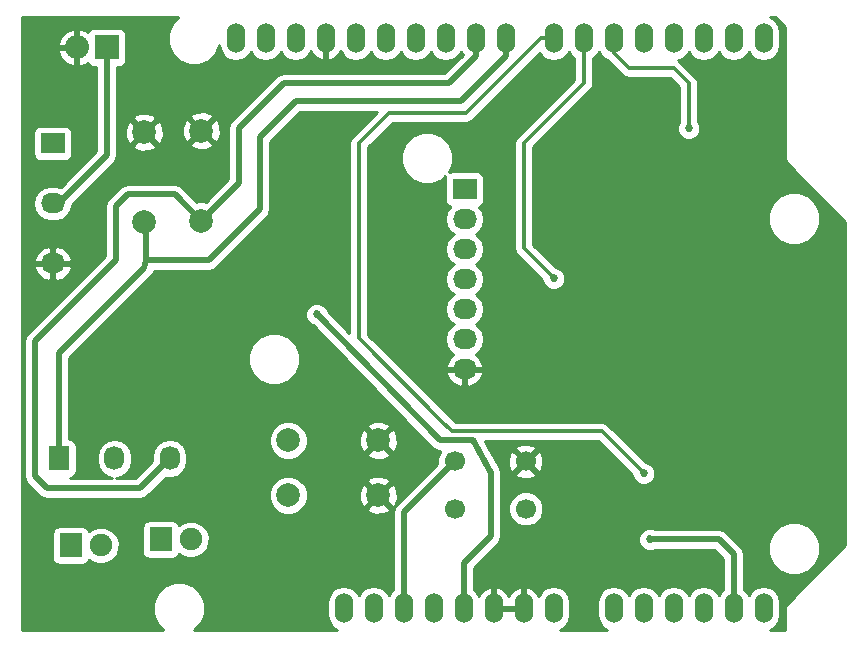
<source format=gbl>
G04 #@! TF.FileFunction,Copper,L2,Bot,Signal*
%FSLAX46Y46*%
G04 Gerber Fmt 4.6, Leading zero omitted, Abs format (unit mm)*
G04 Created by KiCad (PCBNEW 4.0.1-3.201512221402+6198~38~ubuntu14.04.1-stable) date Sun 14 Feb 2016 09:49:56 PM PST*
%MOMM*%
G01*
G04 APERTURE LIST*
%ADD10C,0.100000*%
%ADD11O,1.524000X2.540000*%
%ADD12R,2.032000X1.727200*%
%ADD13O,2.032000X1.727200*%
%ADD14C,1.998980*%
%ADD15R,1.900000X2.000000*%
%ADD16C,1.900000*%
%ADD17R,2.032000X2.032000*%
%ADD18O,2.032000X2.032000*%
%ADD19C,1.700000*%
%ADD20R,1.727200X2.032000*%
%ADD21O,1.727200X2.032000*%
%ADD22C,0.685800*%
%ADD23C,0.508000*%
%ADD24C,0.330200*%
%ADD25C,0.254000*%
G04 APERTURE END LIST*
D10*
D11*
X151130000Y-115570000D03*
X148590000Y-115570000D03*
X146050000Y-115570000D03*
X138430000Y-115570000D03*
X140970000Y-115570000D03*
X143510000Y-115570000D03*
X133350000Y-115570000D03*
X130810000Y-115570000D03*
X128270000Y-115570000D03*
X123190000Y-115570000D03*
X120650000Y-115570000D03*
X151130000Y-67310000D03*
X148590000Y-67310000D03*
X146050000Y-67310000D03*
X143510000Y-67310000D03*
X140970000Y-67310000D03*
X138430000Y-67310000D03*
X135890000Y-67310000D03*
X133350000Y-67310000D03*
X129286000Y-67310000D03*
X126746000Y-67310000D03*
X124206000Y-67310000D03*
X121666000Y-67310000D03*
X119126000Y-67310000D03*
X116586000Y-67310000D03*
X114046000Y-67310000D03*
X111506000Y-67310000D03*
X125730000Y-115570000D03*
X108966000Y-67310000D03*
X106426000Y-67310000D03*
X118110000Y-115570000D03*
X115570000Y-115570000D03*
D12*
X125793500Y-80073500D03*
D13*
X125793500Y-82613500D03*
X125793500Y-85153500D03*
X125793500Y-87693500D03*
X125793500Y-90233500D03*
X125793500Y-92773500D03*
X125793500Y-95313500D03*
D14*
X110871000Y-101346000D03*
X118491000Y-101346000D03*
X110871000Y-105981500D03*
X118491000Y-105981500D03*
X103505000Y-82740500D03*
X103505000Y-75120500D03*
X98679000Y-82867500D03*
X98679000Y-75247500D03*
D15*
X92456000Y-110236000D03*
D16*
X94996000Y-110236000D03*
D15*
X100076000Y-109728000D03*
D16*
X102616000Y-109728000D03*
D12*
X90932000Y-76200000D03*
D13*
X90932000Y-81280000D03*
X90932000Y-86360000D03*
D17*
X95504000Y-68072000D03*
D18*
X92964000Y-68072000D03*
D19*
X130968000Y-107124000D03*
X124968000Y-107124000D03*
X130968000Y-103124000D03*
X124968000Y-103124000D03*
D20*
X91440000Y-102870000D03*
D21*
X96139000Y-102870000D03*
X100838000Y-102870000D03*
D22*
X113284000Y-90678000D03*
X141478000Y-109728000D03*
X140970000Y-104140000D03*
X144780000Y-74930000D03*
X133350000Y-87630000D03*
D23*
X123698000Y-101346000D02*
X113284000Y-90678000D01*
X128016000Y-104140000D02*
X126492000Y-101346000D01*
X126492000Y-101346000D02*
X123698000Y-101346000D01*
X128016000Y-104902000D02*
X128016000Y-104140000D01*
X128016000Y-109474000D02*
X128016000Y-104902000D01*
X126326001Y-111163999D02*
X128016000Y-109474000D01*
X125730000Y-111760000D02*
X126326001Y-111163999D01*
X125730000Y-115570000D02*
X125730000Y-111760000D01*
X141478000Y-109728000D02*
X147320000Y-109728000D01*
X147320000Y-109728000D02*
X148590000Y-110998000D01*
X148590000Y-110998000D02*
X148590000Y-115570000D01*
X120650000Y-115570000D02*
X120650000Y-107442000D01*
X120650000Y-107442000D02*
X124968000Y-103124000D01*
X97536000Y-80518000D02*
X101282500Y-80518000D01*
X98552000Y-105156000D02*
X98298000Y-105410000D01*
X98298000Y-105410000D02*
X90424000Y-105410000D01*
X90424000Y-105410000D02*
X89408000Y-104394000D01*
X89408000Y-104394000D02*
X89408000Y-92964000D01*
X89408000Y-92964000D02*
X96266000Y-86106000D01*
X96266000Y-86106000D02*
X96266000Y-81534000D01*
X96266000Y-81534000D02*
X97282000Y-80518000D01*
X97282000Y-80518000D02*
X97536000Y-80518000D01*
X100838000Y-102870000D02*
X98552000Y-105156000D01*
X101282500Y-80518000D02*
X103505000Y-82740500D01*
X124460000Y-71120000D02*
X110490000Y-71120000D01*
X126746000Y-68834000D02*
X124460000Y-71120000D01*
X126746000Y-67310000D02*
X126746000Y-68834000D01*
X106680000Y-79565500D02*
X103505000Y-82740500D01*
X106680000Y-74930000D02*
X106680000Y-79565500D01*
X110490000Y-71120000D02*
X106680000Y-74930000D01*
X98806000Y-86106000D02*
X98806000Y-82994500D01*
X98806000Y-82994500D02*
X98679000Y-82867500D01*
X129286000Y-67310000D02*
X129286000Y-68834000D01*
X99314000Y-86106000D02*
X98806000Y-86106000D01*
X104140000Y-86106000D02*
X99314000Y-86106000D01*
X108458000Y-81788000D02*
X104140000Y-86106000D01*
X108458000Y-75692000D02*
X108458000Y-81788000D01*
X111506000Y-72644000D02*
X108458000Y-75692000D01*
X125476000Y-72644000D02*
X111506000Y-72644000D01*
X129286000Y-68834000D02*
X125476000Y-72644000D01*
X98806000Y-86106000D02*
X98679000Y-86741000D01*
X91440000Y-93980000D02*
X97790000Y-87630000D01*
X91440000Y-93980000D02*
X91440000Y-102870000D01*
X98679000Y-86741000D02*
X97790000Y-87630000D01*
X90932000Y-81280000D02*
X91440000Y-81280000D01*
X91440000Y-81280000D02*
X95504000Y-77216000D01*
X95504000Y-77216000D02*
X95504000Y-68072000D01*
D24*
X140627101Y-103797101D02*
X140970000Y-104140000D01*
X137414000Y-100584000D02*
X140627101Y-103797101D01*
X124714000Y-100584000D02*
X137414000Y-100584000D01*
X124460000Y-100330000D02*
X124714000Y-100584000D01*
X124040890Y-99910890D02*
X124460000Y-100330000D01*
X116840000Y-92710000D02*
X124040890Y-99910890D01*
X116840000Y-76200000D02*
X116840000Y-92710000D01*
X119380000Y-73660000D02*
X116840000Y-76200000D01*
X125907800Y-73660000D02*
X119380000Y-73660000D01*
X133350000Y-67310000D02*
X132257800Y-67310000D01*
X132257800Y-67310000D02*
X125907800Y-73660000D01*
X138430000Y-67310000D02*
X138430000Y-68580000D01*
X138430000Y-68580000D02*
X139700000Y-69850000D01*
X139700000Y-69850000D02*
X143510000Y-69850000D01*
X143510000Y-69850000D02*
X144780000Y-71120000D01*
X144780000Y-71120000D02*
X144780000Y-74930000D01*
X135890000Y-67310000D02*
X135890000Y-71120000D01*
X130810000Y-85090000D02*
X133350000Y-87630000D01*
X130810000Y-76200000D02*
X130810000Y-85090000D01*
X135890000Y-71120000D02*
X130810000Y-76200000D01*
D25*
G36*
X100986955Y-66049411D02*
X100647887Y-66865978D01*
X100647115Y-67750143D01*
X100984758Y-68567300D01*
X101609411Y-69193045D01*
X102425978Y-69532113D01*
X103310143Y-69532885D01*
X104127300Y-69195242D01*
X104753045Y-68570589D01*
X105035818Y-67889596D01*
X105135340Y-68389930D01*
X105438172Y-68843149D01*
X105891391Y-69145981D01*
X106426000Y-69252321D01*
X106960609Y-69145981D01*
X107413828Y-68843149D01*
X107696000Y-68420850D01*
X107978172Y-68843149D01*
X108431391Y-69145981D01*
X108966000Y-69252321D01*
X109500609Y-69145981D01*
X109953828Y-68843149D01*
X110236000Y-68420850D01*
X110518172Y-68843149D01*
X110971391Y-69145981D01*
X111506000Y-69252321D01*
X112040609Y-69145981D01*
X112493828Y-68843149D01*
X112785330Y-68406887D01*
X112803941Y-68469941D01*
X113147974Y-68895630D01*
X113628723Y-69157260D01*
X113702930Y-69172220D01*
X113919000Y-69049720D01*
X113919000Y-67437000D01*
X113899000Y-67437000D01*
X113899000Y-67183000D01*
X113919000Y-67183000D01*
X113919000Y-67163000D01*
X114173000Y-67163000D01*
X114173000Y-67183000D01*
X114193000Y-67183000D01*
X114193000Y-67437000D01*
X114173000Y-67437000D01*
X114173000Y-69049720D01*
X114389070Y-69172220D01*
X114463277Y-69157260D01*
X114944026Y-68895630D01*
X115288059Y-68469941D01*
X115306670Y-68406887D01*
X115598172Y-68843149D01*
X116051391Y-69145981D01*
X116586000Y-69252321D01*
X117120609Y-69145981D01*
X117573828Y-68843149D01*
X117856000Y-68420850D01*
X118138172Y-68843149D01*
X118591391Y-69145981D01*
X119126000Y-69252321D01*
X119660609Y-69145981D01*
X120113828Y-68843149D01*
X120396000Y-68420850D01*
X120678172Y-68843149D01*
X121131391Y-69145981D01*
X121666000Y-69252321D01*
X122200609Y-69145981D01*
X122653828Y-68843149D01*
X122936000Y-68420850D01*
X123218172Y-68843149D01*
X123671391Y-69145981D01*
X124206000Y-69252321D01*
X124740609Y-69145981D01*
X125193828Y-68843149D01*
X125476000Y-68420850D01*
X125646598Y-68676166D01*
X124091764Y-70231000D01*
X110490000Y-70231000D01*
X110149795Y-70298670D01*
X109861382Y-70491382D01*
X106051382Y-74301382D01*
X105858671Y-74589794D01*
X105791000Y-74930000D01*
X105791000Y-79197264D01*
X103867176Y-81121088D01*
X103831547Y-81106294D01*
X103181306Y-81105726D01*
X103143205Y-81121469D01*
X101911118Y-79889382D01*
X101622706Y-79696671D01*
X101282500Y-79629000D01*
X97282000Y-79629000D01*
X96941794Y-79696671D01*
X96653382Y-79889382D01*
X95637382Y-80905382D01*
X95444671Y-81193794D01*
X95377000Y-81534000D01*
X95377000Y-85737764D01*
X88779382Y-92335382D01*
X88586671Y-92623794D01*
X88519000Y-92964000D01*
X88519000Y-104394000D01*
X88586671Y-104734206D01*
X88698788Y-104902000D01*
X88779382Y-105022618D01*
X89795382Y-106038618D01*
X90083794Y-106231329D01*
X90424000Y-106299000D01*
X98298000Y-106299000D01*
X98638206Y-106231329D01*
X98926618Y-106038618D01*
X100482587Y-104482649D01*
X100838000Y-104553345D01*
X101411489Y-104439271D01*
X101897670Y-104114415D01*
X102222526Y-103628234D01*
X102336600Y-103054745D01*
X102336600Y-102685255D01*
X102222526Y-102111766D01*
X101927143Y-101669694D01*
X109236226Y-101669694D01*
X109484538Y-102270655D01*
X109943927Y-102730846D01*
X110544453Y-102980206D01*
X111194694Y-102980774D01*
X111795655Y-102732462D01*
X112030363Y-102498163D01*
X117518443Y-102498163D01*
X117617042Y-102764965D01*
X118226582Y-102991401D01*
X118876377Y-102967341D01*
X119364958Y-102764965D01*
X119463557Y-102498163D01*
X118491000Y-101525605D01*
X117518443Y-102498163D01*
X112030363Y-102498163D01*
X112255846Y-102273073D01*
X112505206Y-101672547D01*
X112505722Y-101081582D01*
X116845599Y-101081582D01*
X116869659Y-101731377D01*
X117072035Y-102219958D01*
X117338837Y-102318557D01*
X118311395Y-101346000D01*
X118670605Y-101346000D01*
X119643163Y-102318557D01*
X119909965Y-102219958D01*
X120136401Y-101610418D01*
X120112341Y-100960623D01*
X119909965Y-100472042D01*
X119643163Y-100373443D01*
X118670605Y-101346000D01*
X118311395Y-101346000D01*
X117338837Y-100373443D01*
X117072035Y-100472042D01*
X116845599Y-101081582D01*
X112505722Y-101081582D01*
X112505774Y-101022306D01*
X112257462Y-100421345D01*
X112030351Y-100193837D01*
X117518443Y-100193837D01*
X118491000Y-101166395D01*
X119463557Y-100193837D01*
X119364958Y-99927035D01*
X118755418Y-99700599D01*
X118105623Y-99724659D01*
X117617042Y-99927035D01*
X117518443Y-100193837D01*
X112030351Y-100193837D01*
X111798073Y-99961154D01*
X111197547Y-99711794D01*
X110547306Y-99711226D01*
X109946345Y-99959538D01*
X109486154Y-100418927D01*
X109236794Y-101019453D01*
X109236226Y-101669694D01*
X101927143Y-101669694D01*
X101897670Y-101625585D01*
X101411489Y-101300729D01*
X100838000Y-101186655D01*
X100264511Y-101300729D01*
X99778330Y-101625585D01*
X99453474Y-102111766D01*
X99339400Y-102685255D01*
X99339400Y-103054745D01*
X99348794Y-103101970D01*
X97929764Y-104521000D01*
X96301609Y-104521000D01*
X96712489Y-104439271D01*
X97198670Y-104114415D01*
X97523526Y-103628234D01*
X97637600Y-103054745D01*
X97637600Y-102685255D01*
X97523526Y-102111766D01*
X97198670Y-101625585D01*
X96712489Y-101300729D01*
X96139000Y-101186655D01*
X95565511Y-101300729D01*
X95079330Y-101625585D01*
X94754474Y-102111766D01*
X94640400Y-102685255D01*
X94640400Y-103054745D01*
X94754474Y-103628234D01*
X95079330Y-104114415D01*
X95565511Y-104439271D01*
X95976391Y-104521000D01*
X92369713Y-104521000D01*
X92538917Y-104489162D01*
X92755041Y-104350090D01*
X92900031Y-104137890D01*
X92951040Y-103886000D01*
X92951040Y-101854000D01*
X92906762Y-101618683D01*
X92767690Y-101402559D01*
X92555490Y-101257569D01*
X92329000Y-101211704D01*
X92329000Y-94862128D01*
X107454317Y-94862128D01*
X107790030Y-95674616D01*
X108411114Y-96296785D01*
X109223015Y-96633916D01*
X110102128Y-96634683D01*
X110914616Y-96298970D01*
X111536785Y-95677886D01*
X111873916Y-94865985D01*
X111874683Y-93986872D01*
X111538970Y-93174384D01*
X110917886Y-92552215D01*
X110105985Y-92215084D01*
X109226872Y-92214317D01*
X108414384Y-92550030D01*
X107792215Y-93171114D01*
X107455084Y-93983015D01*
X107454317Y-94862128D01*
X92329000Y-94862128D01*
X92329000Y-94348236D01*
X99307618Y-87369618D01*
X99356007Y-87297198D01*
X99417659Y-87235675D01*
X99451427Y-87154392D01*
X99500329Y-87081205D01*
X99517321Y-86995779D01*
X99517645Y-86995000D01*
X104140000Y-86995000D01*
X104480206Y-86927329D01*
X104768618Y-86734618D01*
X109086618Y-82416618D01*
X109138033Y-82339670D01*
X109279329Y-82128206D01*
X109347000Y-81788000D01*
X109347000Y-76060236D01*
X111874236Y-73533000D01*
X118375488Y-73533000D01*
X116274244Y-75634244D01*
X116100804Y-75893815D01*
X116039900Y-76200000D01*
X116039900Y-92228457D01*
X114206852Y-90350701D01*
X114113507Y-90124788D01*
X113838659Y-89849460D01*
X113479370Y-89700270D01*
X113090337Y-89699931D01*
X112730788Y-89848493D01*
X112455460Y-90123341D01*
X112306270Y-90482630D01*
X112305931Y-90871663D01*
X112454493Y-91231212D01*
X112729341Y-91506540D01*
X112933013Y-91591112D01*
X123061854Y-101966999D01*
X123066352Y-101970084D01*
X123069382Y-101974618D01*
X123209215Y-102068052D01*
X123347924Y-102163171D01*
X123353260Y-102164299D01*
X123357794Y-102167329D01*
X123522720Y-102200135D01*
X123687290Y-102234936D01*
X123692653Y-102233936D01*
X123698000Y-102235000D01*
X123756611Y-102235000D01*
X123709812Y-102281717D01*
X123483258Y-102827319D01*
X123482801Y-103351963D01*
X120021382Y-106813382D01*
X119828671Y-107101794D01*
X119761000Y-107442000D01*
X119761000Y-113970816D01*
X119662172Y-114036851D01*
X119380000Y-114459150D01*
X119097828Y-114036851D01*
X118644609Y-113734019D01*
X118110000Y-113627679D01*
X117575391Y-113734019D01*
X117122172Y-114036851D01*
X116840000Y-114459150D01*
X116557828Y-114036851D01*
X116104609Y-113734019D01*
X115570000Y-113627679D01*
X115035391Y-113734019D01*
X114582172Y-114036851D01*
X114279340Y-114490070D01*
X114173000Y-115024679D01*
X114173000Y-116115321D01*
X114279340Y-116649930D01*
X114582172Y-117103149D01*
X115026440Y-117400000D01*
X102912639Y-117400000D01*
X103483045Y-116830589D01*
X103822113Y-116014022D01*
X103822885Y-115129857D01*
X103485242Y-114312700D01*
X102860589Y-113686955D01*
X102044022Y-113347887D01*
X101159857Y-113347115D01*
X100342700Y-113684758D01*
X99716955Y-114309411D01*
X99377887Y-115125978D01*
X99377115Y-116010143D01*
X99714758Y-116827300D01*
X100286459Y-117400000D01*
X88340000Y-117400000D01*
X88340000Y-109236000D01*
X90858560Y-109236000D01*
X90858560Y-111236000D01*
X90902838Y-111471317D01*
X91041910Y-111687441D01*
X91254110Y-111832431D01*
X91506000Y-111883440D01*
X93406000Y-111883440D01*
X93641317Y-111839162D01*
X93857441Y-111700090D01*
X94002431Y-111487890D01*
X94003055Y-111484808D01*
X94096997Y-111578914D01*
X94679341Y-111820724D01*
X95309893Y-111821275D01*
X95892657Y-111580481D01*
X96338914Y-111135003D01*
X96580724Y-110552659D01*
X96581275Y-109922107D01*
X96340481Y-109339343D01*
X95895003Y-108893086D01*
X95497432Y-108728000D01*
X98478560Y-108728000D01*
X98478560Y-110728000D01*
X98522838Y-110963317D01*
X98661910Y-111179441D01*
X98874110Y-111324431D01*
X99126000Y-111375440D01*
X101026000Y-111375440D01*
X101261317Y-111331162D01*
X101477441Y-111192090D01*
X101622431Y-110979890D01*
X101623055Y-110976808D01*
X101716997Y-111070914D01*
X102299341Y-111312724D01*
X102929893Y-111313275D01*
X103512657Y-111072481D01*
X103958914Y-110627003D01*
X104200724Y-110044659D01*
X104201275Y-109414107D01*
X103960481Y-108831343D01*
X103515003Y-108385086D01*
X102932659Y-108143276D01*
X102302107Y-108142725D01*
X101719343Y-108383519D01*
X101621663Y-108481029D01*
X101490090Y-108276559D01*
X101277890Y-108131569D01*
X101026000Y-108080560D01*
X99126000Y-108080560D01*
X98890683Y-108124838D01*
X98674559Y-108263910D01*
X98529569Y-108476110D01*
X98478560Y-108728000D01*
X95497432Y-108728000D01*
X95312659Y-108651276D01*
X94682107Y-108650725D01*
X94099343Y-108891519D01*
X94001663Y-108989029D01*
X93870090Y-108784559D01*
X93657890Y-108639569D01*
X93406000Y-108588560D01*
X91506000Y-108588560D01*
X91270683Y-108632838D01*
X91054559Y-108771910D01*
X90909569Y-108984110D01*
X90858560Y-109236000D01*
X88340000Y-109236000D01*
X88340000Y-106305194D01*
X109236226Y-106305194D01*
X109484538Y-106906155D01*
X109943927Y-107366346D01*
X110544453Y-107615706D01*
X111194694Y-107616274D01*
X111795655Y-107367962D01*
X112030363Y-107133663D01*
X117518443Y-107133663D01*
X117617042Y-107400465D01*
X118226582Y-107626901D01*
X118876377Y-107602841D01*
X119364958Y-107400465D01*
X119463557Y-107133663D01*
X118491000Y-106161105D01*
X117518443Y-107133663D01*
X112030363Y-107133663D01*
X112255846Y-106908573D01*
X112505206Y-106308047D01*
X112505722Y-105717082D01*
X116845599Y-105717082D01*
X116869659Y-106366877D01*
X117072035Y-106855458D01*
X117338837Y-106954057D01*
X118311395Y-105981500D01*
X118670605Y-105981500D01*
X119643163Y-106954057D01*
X119909965Y-106855458D01*
X120136401Y-106245918D01*
X120112341Y-105596123D01*
X119909965Y-105107542D01*
X119643163Y-105008943D01*
X118670605Y-105981500D01*
X118311395Y-105981500D01*
X117338837Y-105008943D01*
X117072035Y-105107542D01*
X116845599Y-105717082D01*
X112505722Y-105717082D01*
X112505774Y-105657806D01*
X112257462Y-105056845D01*
X112030351Y-104829337D01*
X117518443Y-104829337D01*
X118491000Y-105801895D01*
X119463557Y-104829337D01*
X119364958Y-104562535D01*
X118755418Y-104336099D01*
X118105623Y-104360159D01*
X117617042Y-104562535D01*
X117518443Y-104829337D01*
X112030351Y-104829337D01*
X111798073Y-104596654D01*
X111197547Y-104347294D01*
X110547306Y-104346726D01*
X109946345Y-104595038D01*
X109486154Y-105054427D01*
X109236794Y-105654953D01*
X109236226Y-106305194D01*
X88340000Y-106305194D01*
X88340000Y-86719026D01*
X89324642Y-86719026D01*
X89327291Y-86734791D01*
X89581268Y-87262036D01*
X90017680Y-87651954D01*
X90570087Y-87845184D01*
X90805000Y-87700924D01*
X90805000Y-86487000D01*
X91059000Y-86487000D01*
X91059000Y-87700924D01*
X91293913Y-87845184D01*
X91846320Y-87651954D01*
X92282732Y-87262036D01*
X92536709Y-86734791D01*
X92539358Y-86719026D01*
X92418217Y-86487000D01*
X91059000Y-86487000D01*
X90805000Y-86487000D01*
X89445783Y-86487000D01*
X89324642Y-86719026D01*
X88340000Y-86719026D01*
X88340000Y-86000974D01*
X89324642Y-86000974D01*
X89445783Y-86233000D01*
X90805000Y-86233000D01*
X90805000Y-85019076D01*
X91059000Y-85019076D01*
X91059000Y-86233000D01*
X92418217Y-86233000D01*
X92539358Y-86000974D01*
X92536709Y-85985209D01*
X92282732Y-85457964D01*
X91846320Y-85068046D01*
X91293913Y-84874816D01*
X91059000Y-85019076D01*
X90805000Y-85019076D01*
X90570087Y-84874816D01*
X90017680Y-85068046D01*
X89581268Y-85457964D01*
X89327291Y-85985209D01*
X89324642Y-86000974D01*
X88340000Y-86000974D01*
X88340000Y-81280000D01*
X89248655Y-81280000D01*
X89362729Y-81853489D01*
X89687585Y-82339670D01*
X90173766Y-82664526D01*
X90747255Y-82778600D01*
X91116745Y-82778600D01*
X91690234Y-82664526D01*
X92176415Y-82339670D01*
X92501271Y-81853489D01*
X92595011Y-81382225D01*
X96132618Y-77844618D01*
X96221872Y-77711040D01*
X96325329Y-77556206D01*
X96393000Y-77216000D01*
X96393000Y-76399663D01*
X97706443Y-76399663D01*
X97805042Y-76666465D01*
X98414582Y-76892901D01*
X99064377Y-76868841D01*
X99552958Y-76666465D01*
X99651557Y-76399663D01*
X99524558Y-76272663D01*
X102532443Y-76272663D01*
X102631042Y-76539465D01*
X103240582Y-76765901D01*
X103890377Y-76741841D01*
X104378958Y-76539465D01*
X104477557Y-76272663D01*
X103505000Y-75300105D01*
X102532443Y-76272663D01*
X99524558Y-76272663D01*
X98679000Y-75427105D01*
X97706443Y-76399663D01*
X96393000Y-76399663D01*
X96393000Y-74983082D01*
X97033599Y-74983082D01*
X97057659Y-75632877D01*
X97260035Y-76121458D01*
X97526837Y-76220057D01*
X98499395Y-75247500D01*
X98858605Y-75247500D01*
X99831163Y-76220057D01*
X100097965Y-76121458D01*
X100324401Y-75511918D01*
X100300341Y-74862123D01*
X100297839Y-74856082D01*
X101859599Y-74856082D01*
X101883659Y-75505877D01*
X102086035Y-75994458D01*
X102352837Y-76093057D01*
X103325395Y-75120500D01*
X103684605Y-75120500D01*
X104657163Y-76093057D01*
X104923965Y-75994458D01*
X105150401Y-75384918D01*
X105126341Y-74735123D01*
X104923965Y-74246542D01*
X104657163Y-74147943D01*
X103684605Y-75120500D01*
X103325395Y-75120500D01*
X102352837Y-74147943D01*
X102086035Y-74246542D01*
X101859599Y-74856082D01*
X100297839Y-74856082D01*
X100097965Y-74373542D01*
X99831163Y-74274943D01*
X98858605Y-75247500D01*
X98499395Y-75247500D01*
X97526837Y-74274943D01*
X97260035Y-74373542D01*
X97033599Y-74983082D01*
X96393000Y-74983082D01*
X96393000Y-74095337D01*
X97706443Y-74095337D01*
X98679000Y-75067895D01*
X99651557Y-74095337D01*
X99604624Y-73968337D01*
X102532443Y-73968337D01*
X103505000Y-74940895D01*
X104477557Y-73968337D01*
X104378958Y-73701535D01*
X103769418Y-73475099D01*
X103119623Y-73499159D01*
X102631042Y-73701535D01*
X102532443Y-73968337D01*
X99604624Y-73968337D01*
X99552958Y-73828535D01*
X98943418Y-73602099D01*
X98293623Y-73626159D01*
X97805042Y-73828535D01*
X97706443Y-74095337D01*
X96393000Y-74095337D01*
X96393000Y-69735440D01*
X96520000Y-69735440D01*
X96755317Y-69691162D01*
X96971441Y-69552090D01*
X97116431Y-69339890D01*
X97167440Y-69088000D01*
X97167440Y-67056000D01*
X97123162Y-66820683D01*
X96984090Y-66604559D01*
X96771890Y-66459569D01*
X96520000Y-66408560D01*
X94488000Y-66408560D01*
X94252683Y-66452838D01*
X94036559Y-66591910D01*
X93925160Y-66754948D01*
X93828818Y-66665615D01*
X93346944Y-66466025D01*
X93091000Y-66585164D01*
X93091000Y-67945000D01*
X93111000Y-67945000D01*
X93111000Y-68199000D01*
X93091000Y-68199000D01*
X93091000Y-69558836D01*
X93346944Y-69677975D01*
X93828818Y-69478385D01*
X93926398Y-69387903D01*
X94023910Y-69539441D01*
X94236110Y-69684431D01*
X94488000Y-69735440D01*
X94615000Y-69735440D01*
X94615000Y-76847764D01*
X91587688Y-79875076D01*
X91116745Y-79781400D01*
X90747255Y-79781400D01*
X90173766Y-79895474D01*
X89687585Y-80220330D01*
X89362729Y-80706511D01*
X89248655Y-81280000D01*
X88340000Y-81280000D01*
X88340000Y-75336400D01*
X89268560Y-75336400D01*
X89268560Y-77063600D01*
X89312838Y-77298917D01*
X89451910Y-77515041D01*
X89664110Y-77660031D01*
X89916000Y-77711040D01*
X91948000Y-77711040D01*
X92183317Y-77666762D01*
X92399441Y-77527690D01*
X92544431Y-77315490D01*
X92595440Y-77063600D01*
X92595440Y-75336400D01*
X92551162Y-75101083D01*
X92412090Y-74884959D01*
X92199890Y-74739969D01*
X91948000Y-74688960D01*
X89916000Y-74688960D01*
X89680683Y-74733238D01*
X89464559Y-74872310D01*
X89319569Y-75084510D01*
X89268560Y-75336400D01*
X88340000Y-75336400D01*
X88340000Y-68454946D01*
X91358017Y-68454946D01*
X91626812Y-69040379D01*
X92099182Y-69478385D01*
X92581056Y-69677975D01*
X92837000Y-69558836D01*
X92837000Y-68199000D01*
X91476633Y-68199000D01*
X91358017Y-68454946D01*
X88340000Y-68454946D01*
X88340000Y-67689054D01*
X91358017Y-67689054D01*
X91476633Y-67945000D01*
X92837000Y-67945000D01*
X92837000Y-66585164D01*
X92581056Y-66466025D01*
X92099182Y-66665615D01*
X91626812Y-67103621D01*
X91358017Y-67689054D01*
X88340000Y-67689054D01*
X88340000Y-65480000D01*
X101557361Y-65480000D01*
X100986955Y-66049411D01*
X100986955Y-66049411D01*
G37*
X100986955Y-66049411D02*
X100647887Y-66865978D01*
X100647115Y-67750143D01*
X100984758Y-68567300D01*
X101609411Y-69193045D01*
X102425978Y-69532113D01*
X103310143Y-69532885D01*
X104127300Y-69195242D01*
X104753045Y-68570589D01*
X105035818Y-67889596D01*
X105135340Y-68389930D01*
X105438172Y-68843149D01*
X105891391Y-69145981D01*
X106426000Y-69252321D01*
X106960609Y-69145981D01*
X107413828Y-68843149D01*
X107696000Y-68420850D01*
X107978172Y-68843149D01*
X108431391Y-69145981D01*
X108966000Y-69252321D01*
X109500609Y-69145981D01*
X109953828Y-68843149D01*
X110236000Y-68420850D01*
X110518172Y-68843149D01*
X110971391Y-69145981D01*
X111506000Y-69252321D01*
X112040609Y-69145981D01*
X112493828Y-68843149D01*
X112785330Y-68406887D01*
X112803941Y-68469941D01*
X113147974Y-68895630D01*
X113628723Y-69157260D01*
X113702930Y-69172220D01*
X113919000Y-69049720D01*
X113919000Y-67437000D01*
X113899000Y-67437000D01*
X113899000Y-67183000D01*
X113919000Y-67183000D01*
X113919000Y-67163000D01*
X114173000Y-67163000D01*
X114173000Y-67183000D01*
X114193000Y-67183000D01*
X114193000Y-67437000D01*
X114173000Y-67437000D01*
X114173000Y-69049720D01*
X114389070Y-69172220D01*
X114463277Y-69157260D01*
X114944026Y-68895630D01*
X115288059Y-68469941D01*
X115306670Y-68406887D01*
X115598172Y-68843149D01*
X116051391Y-69145981D01*
X116586000Y-69252321D01*
X117120609Y-69145981D01*
X117573828Y-68843149D01*
X117856000Y-68420850D01*
X118138172Y-68843149D01*
X118591391Y-69145981D01*
X119126000Y-69252321D01*
X119660609Y-69145981D01*
X120113828Y-68843149D01*
X120396000Y-68420850D01*
X120678172Y-68843149D01*
X121131391Y-69145981D01*
X121666000Y-69252321D01*
X122200609Y-69145981D01*
X122653828Y-68843149D01*
X122936000Y-68420850D01*
X123218172Y-68843149D01*
X123671391Y-69145981D01*
X124206000Y-69252321D01*
X124740609Y-69145981D01*
X125193828Y-68843149D01*
X125476000Y-68420850D01*
X125646598Y-68676166D01*
X124091764Y-70231000D01*
X110490000Y-70231000D01*
X110149795Y-70298670D01*
X109861382Y-70491382D01*
X106051382Y-74301382D01*
X105858671Y-74589794D01*
X105791000Y-74930000D01*
X105791000Y-79197264D01*
X103867176Y-81121088D01*
X103831547Y-81106294D01*
X103181306Y-81105726D01*
X103143205Y-81121469D01*
X101911118Y-79889382D01*
X101622706Y-79696671D01*
X101282500Y-79629000D01*
X97282000Y-79629000D01*
X96941794Y-79696671D01*
X96653382Y-79889382D01*
X95637382Y-80905382D01*
X95444671Y-81193794D01*
X95377000Y-81534000D01*
X95377000Y-85737764D01*
X88779382Y-92335382D01*
X88586671Y-92623794D01*
X88519000Y-92964000D01*
X88519000Y-104394000D01*
X88586671Y-104734206D01*
X88698788Y-104902000D01*
X88779382Y-105022618D01*
X89795382Y-106038618D01*
X90083794Y-106231329D01*
X90424000Y-106299000D01*
X98298000Y-106299000D01*
X98638206Y-106231329D01*
X98926618Y-106038618D01*
X100482587Y-104482649D01*
X100838000Y-104553345D01*
X101411489Y-104439271D01*
X101897670Y-104114415D01*
X102222526Y-103628234D01*
X102336600Y-103054745D01*
X102336600Y-102685255D01*
X102222526Y-102111766D01*
X101927143Y-101669694D01*
X109236226Y-101669694D01*
X109484538Y-102270655D01*
X109943927Y-102730846D01*
X110544453Y-102980206D01*
X111194694Y-102980774D01*
X111795655Y-102732462D01*
X112030363Y-102498163D01*
X117518443Y-102498163D01*
X117617042Y-102764965D01*
X118226582Y-102991401D01*
X118876377Y-102967341D01*
X119364958Y-102764965D01*
X119463557Y-102498163D01*
X118491000Y-101525605D01*
X117518443Y-102498163D01*
X112030363Y-102498163D01*
X112255846Y-102273073D01*
X112505206Y-101672547D01*
X112505722Y-101081582D01*
X116845599Y-101081582D01*
X116869659Y-101731377D01*
X117072035Y-102219958D01*
X117338837Y-102318557D01*
X118311395Y-101346000D01*
X118670605Y-101346000D01*
X119643163Y-102318557D01*
X119909965Y-102219958D01*
X120136401Y-101610418D01*
X120112341Y-100960623D01*
X119909965Y-100472042D01*
X119643163Y-100373443D01*
X118670605Y-101346000D01*
X118311395Y-101346000D01*
X117338837Y-100373443D01*
X117072035Y-100472042D01*
X116845599Y-101081582D01*
X112505722Y-101081582D01*
X112505774Y-101022306D01*
X112257462Y-100421345D01*
X112030351Y-100193837D01*
X117518443Y-100193837D01*
X118491000Y-101166395D01*
X119463557Y-100193837D01*
X119364958Y-99927035D01*
X118755418Y-99700599D01*
X118105623Y-99724659D01*
X117617042Y-99927035D01*
X117518443Y-100193837D01*
X112030351Y-100193837D01*
X111798073Y-99961154D01*
X111197547Y-99711794D01*
X110547306Y-99711226D01*
X109946345Y-99959538D01*
X109486154Y-100418927D01*
X109236794Y-101019453D01*
X109236226Y-101669694D01*
X101927143Y-101669694D01*
X101897670Y-101625585D01*
X101411489Y-101300729D01*
X100838000Y-101186655D01*
X100264511Y-101300729D01*
X99778330Y-101625585D01*
X99453474Y-102111766D01*
X99339400Y-102685255D01*
X99339400Y-103054745D01*
X99348794Y-103101970D01*
X97929764Y-104521000D01*
X96301609Y-104521000D01*
X96712489Y-104439271D01*
X97198670Y-104114415D01*
X97523526Y-103628234D01*
X97637600Y-103054745D01*
X97637600Y-102685255D01*
X97523526Y-102111766D01*
X97198670Y-101625585D01*
X96712489Y-101300729D01*
X96139000Y-101186655D01*
X95565511Y-101300729D01*
X95079330Y-101625585D01*
X94754474Y-102111766D01*
X94640400Y-102685255D01*
X94640400Y-103054745D01*
X94754474Y-103628234D01*
X95079330Y-104114415D01*
X95565511Y-104439271D01*
X95976391Y-104521000D01*
X92369713Y-104521000D01*
X92538917Y-104489162D01*
X92755041Y-104350090D01*
X92900031Y-104137890D01*
X92951040Y-103886000D01*
X92951040Y-101854000D01*
X92906762Y-101618683D01*
X92767690Y-101402559D01*
X92555490Y-101257569D01*
X92329000Y-101211704D01*
X92329000Y-94862128D01*
X107454317Y-94862128D01*
X107790030Y-95674616D01*
X108411114Y-96296785D01*
X109223015Y-96633916D01*
X110102128Y-96634683D01*
X110914616Y-96298970D01*
X111536785Y-95677886D01*
X111873916Y-94865985D01*
X111874683Y-93986872D01*
X111538970Y-93174384D01*
X110917886Y-92552215D01*
X110105985Y-92215084D01*
X109226872Y-92214317D01*
X108414384Y-92550030D01*
X107792215Y-93171114D01*
X107455084Y-93983015D01*
X107454317Y-94862128D01*
X92329000Y-94862128D01*
X92329000Y-94348236D01*
X99307618Y-87369618D01*
X99356007Y-87297198D01*
X99417659Y-87235675D01*
X99451427Y-87154392D01*
X99500329Y-87081205D01*
X99517321Y-86995779D01*
X99517645Y-86995000D01*
X104140000Y-86995000D01*
X104480206Y-86927329D01*
X104768618Y-86734618D01*
X109086618Y-82416618D01*
X109138033Y-82339670D01*
X109279329Y-82128206D01*
X109347000Y-81788000D01*
X109347000Y-76060236D01*
X111874236Y-73533000D01*
X118375488Y-73533000D01*
X116274244Y-75634244D01*
X116100804Y-75893815D01*
X116039900Y-76200000D01*
X116039900Y-92228457D01*
X114206852Y-90350701D01*
X114113507Y-90124788D01*
X113838659Y-89849460D01*
X113479370Y-89700270D01*
X113090337Y-89699931D01*
X112730788Y-89848493D01*
X112455460Y-90123341D01*
X112306270Y-90482630D01*
X112305931Y-90871663D01*
X112454493Y-91231212D01*
X112729341Y-91506540D01*
X112933013Y-91591112D01*
X123061854Y-101966999D01*
X123066352Y-101970084D01*
X123069382Y-101974618D01*
X123209215Y-102068052D01*
X123347924Y-102163171D01*
X123353260Y-102164299D01*
X123357794Y-102167329D01*
X123522720Y-102200135D01*
X123687290Y-102234936D01*
X123692653Y-102233936D01*
X123698000Y-102235000D01*
X123756611Y-102235000D01*
X123709812Y-102281717D01*
X123483258Y-102827319D01*
X123482801Y-103351963D01*
X120021382Y-106813382D01*
X119828671Y-107101794D01*
X119761000Y-107442000D01*
X119761000Y-113970816D01*
X119662172Y-114036851D01*
X119380000Y-114459150D01*
X119097828Y-114036851D01*
X118644609Y-113734019D01*
X118110000Y-113627679D01*
X117575391Y-113734019D01*
X117122172Y-114036851D01*
X116840000Y-114459150D01*
X116557828Y-114036851D01*
X116104609Y-113734019D01*
X115570000Y-113627679D01*
X115035391Y-113734019D01*
X114582172Y-114036851D01*
X114279340Y-114490070D01*
X114173000Y-115024679D01*
X114173000Y-116115321D01*
X114279340Y-116649930D01*
X114582172Y-117103149D01*
X115026440Y-117400000D01*
X102912639Y-117400000D01*
X103483045Y-116830589D01*
X103822113Y-116014022D01*
X103822885Y-115129857D01*
X103485242Y-114312700D01*
X102860589Y-113686955D01*
X102044022Y-113347887D01*
X101159857Y-113347115D01*
X100342700Y-113684758D01*
X99716955Y-114309411D01*
X99377887Y-115125978D01*
X99377115Y-116010143D01*
X99714758Y-116827300D01*
X100286459Y-117400000D01*
X88340000Y-117400000D01*
X88340000Y-109236000D01*
X90858560Y-109236000D01*
X90858560Y-111236000D01*
X90902838Y-111471317D01*
X91041910Y-111687441D01*
X91254110Y-111832431D01*
X91506000Y-111883440D01*
X93406000Y-111883440D01*
X93641317Y-111839162D01*
X93857441Y-111700090D01*
X94002431Y-111487890D01*
X94003055Y-111484808D01*
X94096997Y-111578914D01*
X94679341Y-111820724D01*
X95309893Y-111821275D01*
X95892657Y-111580481D01*
X96338914Y-111135003D01*
X96580724Y-110552659D01*
X96581275Y-109922107D01*
X96340481Y-109339343D01*
X95895003Y-108893086D01*
X95497432Y-108728000D01*
X98478560Y-108728000D01*
X98478560Y-110728000D01*
X98522838Y-110963317D01*
X98661910Y-111179441D01*
X98874110Y-111324431D01*
X99126000Y-111375440D01*
X101026000Y-111375440D01*
X101261317Y-111331162D01*
X101477441Y-111192090D01*
X101622431Y-110979890D01*
X101623055Y-110976808D01*
X101716997Y-111070914D01*
X102299341Y-111312724D01*
X102929893Y-111313275D01*
X103512657Y-111072481D01*
X103958914Y-110627003D01*
X104200724Y-110044659D01*
X104201275Y-109414107D01*
X103960481Y-108831343D01*
X103515003Y-108385086D01*
X102932659Y-108143276D01*
X102302107Y-108142725D01*
X101719343Y-108383519D01*
X101621663Y-108481029D01*
X101490090Y-108276559D01*
X101277890Y-108131569D01*
X101026000Y-108080560D01*
X99126000Y-108080560D01*
X98890683Y-108124838D01*
X98674559Y-108263910D01*
X98529569Y-108476110D01*
X98478560Y-108728000D01*
X95497432Y-108728000D01*
X95312659Y-108651276D01*
X94682107Y-108650725D01*
X94099343Y-108891519D01*
X94001663Y-108989029D01*
X93870090Y-108784559D01*
X93657890Y-108639569D01*
X93406000Y-108588560D01*
X91506000Y-108588560D01*
X91270683Y-108632838D01*
X91054559Y-108771910D01*
X90909569Y-108984110D01*
X90858560Y-109236000D01*
X88340000Y-109236000D01*
X88340000Y-106305194D01*
X109236226Y-106305194D01*
X109484538Y-106906155D01*
X109943927Y-107366346D01*
X110544453Y-107615706D01*
X111194694Y-107616274D01*
X111795655Y-107367962D01*
X112030363Y-107133663D01*
X117518443Y-107133663D01*
X117617042Y-107400465D01*
X118226582Y-107626901D01*
X118876377Y-107602841D01*
X119364958Y-107400465D01*
X119463557Y-107133663D01*
X118491000Y-106161105D01*
X117518443Y-107133663D01*
X112030363Y-107133663D01*
X112255846Y-106908573D01*
X112505206Y-106308047D01*
X112505722Y-105717082D01*
X116845599Y-105717082D01*
X116869659Y-106366877D01*
X117072035Y-106855458D01*
X117338837Y-106954057D01*
X118311395Y-105981500D01*
X118670605Y-105981500D01*
X119643163Y-106954057D01*
X119909965Y-106855458D01*
X120136401Y-106245918D01*
X120112341Y-105596123D01*
X119909965Y-105107542D01*
X119643163Y-105008943D01*
X118670605Y-105981500D01*
X118311395Y-105981500D01*
X117338837Y-105008943D01*
X117072035Y-105107542D01*
X116845599Y-105717082D01*
X112505722Y-105717082D01*
X112505774Y-105657806D01*
X112257462Y-105056845D01*
X112030351Y-104829337D01*
X117518443Y-104829337D01*
X118491000Y-105801895D01*
X119463557Y-104829337D01*
X119364958Y-104562535D01*
X118755418Y-104336099D01*
X118105623Y-104360159D01*
X117617042Y-104562535D01*
X117518443Y-104829337D01*
X112030351Y-104829337D01*
X111798073Y-104596654D01*
X111197547Y-104347294D01*
X110547306Y-104346726D01*
X109946345Y-104595038D01*
X109486154Y-105054427D01*
X109236794Y-105654953D01*
X109236226Y-106305194D01*
X88340000Y-106305194D01*
X88340000Y-86719026D01*
X89324642Y-86719026D01*
X89327291Y-86734791D01*
X89581268Y-87262036D01*
X90017680Y-87651954D01*
X90570087Y-87845184D01*
X90805000Y-87700924D01*
X90805000Y-86487000D01*
X91059000Y-86487000D01*
X91059000Y-87700924D01*
X91293913Y-87845184D01*
X91846320Y-87651954D01*
X92282732Y-87262036D01*
X92536709Y-86734791D01*
X92539358Y-86719026D01*
X92418217Y-86487000D01*
X91059000Y-86487000D01*
X90805000Y-86487000D01*
X89445783Y-86487000D01*
X89324642Y-86719026D01*
X88340000Y-86719026D01*
X88340000Y-86000974D01*
X89324642Y-86000974D01*
X89445783Y-86233000D01*
X90805000Y-86233000D01*
X90805000Y-85019076D01*
X91059000Y-85019076D01*
X91059000Y-86233000D01*
X92418217Y-86233000D01*
X92539358Y-86000974D01*
X92536709Y-85985209D01*
X92282732Y-85457964D01*
X91846320Y-85068046D01*
X91293913Y-84874816D01*
X91059000Y-85019076D01*
X90805000Y-85019076D01*
X90570087Y-84874816D01*
X90017680Y-85068046D01*
X89581268Y-85457964D01*
X89327291Y-85985209D01*
X89324642Y-86000974D01*
X88340000Y-86000974D01*
X88340000Y-81280000D01*
X89248655Y-81280000D01*
X89362729Y-81853489D01*
X89687585Y-82339670D01*
X90173766Y-82664526D01*
X90747255Y-82778600D01*
X91116745Y-82778600D01*
X91690234Y-82664526D01*
X92176415Y-82339670D01*
X92501271Y-81853489D01*
X92595011Y-81382225D01*
X96132618Y-77844618D01*
X96221872Y-77711040D01*
X96325329Y-77556206D01*
X96393000Y-77216000D01*
X96393000Y-76399663D01*
X97706443Y-76399663D01*
X97805042Y-76666465D01*
X98414582Y-76892901D01*
X99064377Y-76868841D01*
X99552958Y-76666465D01*
X99651557Y-76399663D01*
X99524558Y-76272663D01*
X102532443Y-76272663D01*
X102631042Y-76539465D01*
X103240582Y-76765901D01*
X103890377Y-76741841D01*
X104378958Y-76539465D01*
X104477557Y-76272663D01*
X103505000Y-75300105D01*
X102532443Y-76272663D01*
X99524558Y-76272663D01*
X98679000Y-75427105D01*
X97706443Y-76399663D01*
X96393000Y-76399663D01*
X96393000Y-74983082D01*
X97033599Y-74983082D01*
X97057659Y-75632877D01*
X97260035Y-76121458D01*
X97526837Y-76220057D01*
X98499395Y-75247500D01*
X98858605Y-75247500D01*
X99831163Y-76220057D01*
X100097965Y-76121458D01*
X100324401Y-75511918D01*
X100300341Y-74862123D01*
X100297839Y-74856082D01*
X101859599Y-74856082D01*
X101883659Y-75505877D01*
X102086035Y-75994458D01*
X102352837Y-76093057D01*
X103325395Y-75120500D01*
X103684605Y-75120500D01*
X104657163Y-76093057D01*
X104923965Y-75994458D01*
X105150401Y-75384918D01*
X105126341Y-74735123D01*
X104923965Y-74246542D01*
X104657163Y-74147943D01*
X103684605Y-75120500D01*
X103325395Y-75120500D01*
X102352837Y-74147943D01*
X102086035Y-74246542D01*
X101859599Y-74856082D01*
X100297839Y-74856082D01*
X100097965Y-74373542D01*
X99831163Y-74274943D01*
X98858605Y-75247500D01*
X98499395Y-75247500D01*
X97526837Y-74274943D01*
X97260035Y-74373542D01*
X97033599Y-74983082D01*
X96393000Y-74983082D01*
X96393000Y-74095337D01*
X97706443Y-74095337D01*
X98679000Y-75067895D01*
X99651557Y-74095337D01*
X99604624Y-73968337D01*
X102532443Y-73968337D01*
X103505000Y-74940895D01*
X104477557Y-73968337D01*
X104378958Y-73701535D01*
X103769418Y-73475099D01*
X103119623Y-73499159D01*
X102631042Y-73701535D01*
X102532443Y-73968337D01*
X99604624Y-73968337D01*
X99552958Y-73828535D01*
X98943418Y-73602099D01*
X98293623Y-73626159D01*
X97805042Y-73828535D01*
X97706443Y-74095337D01*
X96393000Y-74095337D01*
X96393000Y-69735440D01*
X96520000Y-69735440D01*
X96755317Y-69691162D01*
X96971441Y-69552090D01*
X97116431Y-69339890D01*
X97167440Y-69088000D01*
X97167440Y-67056000D01*
X97123162Y-66820683D01*
X96984090Y-66604559D01*
X96771890Y-66459569D01*
X96520000Y-66408560D01*
X94488000Y-66408560D01*
X94252683Y-66452838D01*
X94036559Y-66591910D01*
X93925160Y-66754948D01*
X93828818Y-66665615D01*
X93346944Y-66466025D01*
X93091000Y-66585164D01*
X93091000Y-67945000D01*
X93111000Y-67945000D01*
X93111000Y-68199000D01*
X93091000Y-68199000D01*
X93091000Y-69558836D01*
X93346944Y-69677975D01*
X93828818Y-69478385D01*
X93926398Y-69387903D01*
X94023910Y-69539441D01*
X94236110Y-69684431D01*
X94488000Y-69735440D01*
X94615000Y-69735440D01*
X94615000Y-76847764D01*
X91587688Y-79875076D01*
X91116745Y-79781400D01*
X90747255Y-79781400D01*
X90173766Y-79895474D01*
X89687585Y-80220330D01*
X89362729Y-80706511D01*
X89248655Y-81280000D01*
X88340000Y-81280000D01*
X88340000Y-75336400D01*
X89268560Y-75336400D01*
X89268560Y-77063600D01*
X89312838Y-77298917D01*
X89451910Y-77515041D01*
X89664110Y-77660031D01*
X89916000Y-77711040D01*
X91948000Y-77711040D01*
X92183317Y-77666762D01*
X92399441Y-77527690D01*
X92544431Y-77315490D01*
X92595440Y-77063600D01*
X92595440Y-75336400D01*
X92551162Y-75101083D01*
X92412090Y-74884959D01*
X92199890Y-74739969D01*
X91948000Y-74688960D01*
X89916000Y-74688960D01*
X89680683Y-74733238D01*
X89464559Y-74872310D01*
X89319569Y-75084510D01*
X89268560Y-75336400D01*
X88340000Y-75336400D01*
X88340000Y-68454946D01*
X91358017Y-68454946D01*
X91626812Y-69040379D01*
X92099182Y-69478385D01*
X92581056Y-69677975D01*
X92837000Y-69558836D01*
X92837000Y-68199000D01*
X91476633Y-68199000D01*
X91358017Y-68454946D01*
X88340000Y-68454946D01*
X88340000Y-67689054D01*
X91358017Y-67689054D01*
X91476633Y-67945000D01*
X92837000Y-67945000D01*
X92837000Y-66585164D01*
X92581056Y-66466025D01*
X92099182Y-66665615D01*
X91626812Y-67103621D01*
X91358017Y-67689054D01*
X88340000Y-67689054D01*
X88340000Y-65480000D01*
X101557361Y-65480000D01*
X100986955Y-66049411D01*
G36*
X152960000Y-66334092D02*
X152960000Y-77470000D01*
X153014046Y-77741705D01*
X153167954Y-77972046D01*
X158040000Y-82844092D01*
X158040000Y-110195908D01*
X153167954Y-115067954D01*
X153014046Y-115298295D01*
X152960000Y-115570000D01*
X152960000Y-117400000D01*
X151673560Y-117400000D01*
X152117828Y-117103149D01*
X152420660Y-116649930D01*
X152527000Y-116115321D01*
X152527000Y-115024679D01*
X152420660Y-114490070D01*
X152117828Y-114036851D01*
X151664609Y-113734019D01*
X151130000Y-113627679D01*
X150595391Y-113734019D01*
X150142172Y-114036851D01*
X149860000Y-114459150D01*
X149577828Y-114036851D01*
X149479000Y-113970816D01*
X149479000Y-110998000D01*
X149465503Y-110930143D01*
X151447115Y-110930143D01*
X151784758Y-111747300D01*
X152409411Y-112373045D01*
X153225978Y-112712113D01*
X154110143Y-112712885D01*
X154927300Y-112375242D01*
X155553045Y-111750589D01*
X155892113Y-110934022D01*
X155892885Y-110049857D01*
X155555242Y-109232700D01*
X154930589Y-108606955D01*
X154114022Y-108267887D01*
X153229857Y-108267115D01*
X152412700Y-108604758D01*
X151786955Y-109229411D01*
X151447887Y-110045978D01*
X151447115Y-110930143D01*
X149465503Y-110930143D01*
X149411329Y-110657794D01*
X149218618Y-110369382D01*
X147948618Y-109099382D01*
X147660206Y-108906671D01*
X147320000Y-108839000D01*
X141887055Y-108839000D01*
X141673370Y-108750270D01*
X141284337Y-108749931D01*
X140924788Y-108898493D01*
X140649460Y-109173341D01*
X140500270Y-109532630D01*
X140499931Y-109921663D01*
X140648493Y-110281212D01*
X140923341Y-110556540D01*
X141282630Y-110705730D01*
X141671663Y-110706069D01*
X141887227Y-110617000D01*
X146951764Y-110617000D01*
X147701000Y-111366236D01*
X147701000Y-113970816D01*
X147602172Y-114036851D01*
X147320000Y-114459150D01*
X147037828Y-114036851D01*
X146584609Y-113734019D01*
X146050000Y-113627679D01*
X145515391Y-113734019D01*
X145062172Y-114036851D01*
X144780000Y-114459150D01*
X144497828Y-114036851D01*
X144044609Y-113734019D01*
X143510000Y-113627679D01*
X142975391Y-113734019D01*
X142522172Y-114036851D01*
X142240000Y-114459150D01*
X141957828Y-114036851D01*
X141504609Y-113734019D01*
X140970000Y-113627679D01*
X140435391Y-113734019D01*
X139982172Y-114036851D01*
X139700000Y-114459150D01*
X139417828Y-114036851D01*
X138964609Y-113734019D01*
X138430000Y-113627679D01*
X137895391Y-113734019D01*
X137442172Y-114036851D01*
X137139340Y-114490070D01*
X137033000Y-115024679D01*
X137033000Y-116115321D01*
X137139340Y-116649930D01*
X137442172Y-117103149D01*
X137886440Y-117400000D01*
X133893560Y-117400000D01*
X134337828Y-117103149D01*
X134640660Y-116649930D01*
X134747000Y-116115321D01*
X134747000Y-115024679D01*
X134640660Y-114490070D01*
X134337828Y-114036851D01*
X133884609Y-113734019D01*
X133350000Y-113627679D01*
X132815391Y-113734019D01*
X132362172Y-114036851D01*
X132070670Y-114473113D01*
X132052059Y-114410059D01*
X131708026Y-113984370D01*
X131227277Y-113722740D01*
X131153070Y-113707780D01*
X130937000Y-113830280D01*
X130937000Y-115443000D01*
X130957000Y-115443000D01*
X130957000Y-115697000D01*
X130937000Y-115697000D01*
X130937000Y-115717000D01*
X130683000Y-115717000D01*
X130683000Y-115697000D01*
X128397000Y-115697000D01*
X128397000Y-115717000D01*
X128143000Y-115717000D01*
X128143000Y-115697000D01*
X128123000Y-115697000D01*
X128123000Y-115443000D01*
X128143000Y-115443000D01*
X128143000Y-113830280D01*
X128397000Y-113830280D01*
X128397000Y-115443000D01*
X130683000Y-115443000D01*
X130683000Y-113830280D01*
X130466930Y-113707780D01*
X130392723Y-113722740D01*
X129911974Y-113984370D01*
X129567941Y-114410059D01*
X129540000Y-114504723D01*
X129512059Y-114410059D01*
X129168026Y-113984370D01*
X128687277Y-113722740D01*
X128613070Y-113707780D01*
X128397000Y-113830280D01*
X128143000Y-113830280D01*
X127926930Y-113707780D01*
X127852723Y-113722740D01*
X127371974Y-113984370D01*
X127027941Y-114410059D01*
X127009330Y-114473113D01*
X126717828Y-114036851D01*
X126619000Y-113970816D01*
X126619000Y-112128236D01*
X128644618Y-110102618D01*
X128837330Y-109814205D01*
X128905000Y-109474000D01*
X128905000Y-107418089D01*
X129482743Y-107418089D01*
X129708344Y-107964086D01*
X130125717Y-108382188D01*
X130671319Y-108608742D01*
X131262089Y-108609257D01*
X131808086Y-108383656D01*
X132226188Y-107966283D01*
X132452742Y-107420681D01*
X132453257Y-106829911D01*
X132227656Y-106283914D01*
X131810283Y-105865812D01*
X131264681Y-105639258D01*
X130673911Y-105638743D01*
X130127914Y-105864344D01*
X129709812Y-106281717D01*
X129483258Y-106827319D01*
X129482743Y-107418089D01*
X128905000Y-107418089D01*
X128905000Y-104167958D01*
X130103647Y-104167958D01*
X130183920Y-104419259D01*
X130739279Y-104620718D01*
X131329458Y-104594315D01*
X131752080Y-104419259D01*
X131832353Y-104167958D01*
X130968000Y-103303605D01*
X130103647Y-104167958D01*
X128905000Y-104167958D01*
X128905000Y-104140000D01*
X128895661Y-104093051D01*
X128899950Y-104045370D01*
X128862085Y-103924251D01*
X128837329Y-103799794D01*
X128810732Y-103759989D01*
X128796449Y-103714301D01*
X128349710Y-102895279D01*
X129471282Y-102895279D01*
X129497685Y-103485458D01*
X129672741Y-103908080D01*
X129924042Y-103988353D01*
X130788395Y-103124000D01*
X131147605Y-103124000D01*
X132011958Y-103988353D01*
X132263259Y-103908080D01*
X132464718Y-103352721D01*
X132438315Y-102762542D01*
X132263259Y-102339920D01*
X132011958Y-102259647D01*
X131147605Y-103124000D01*
X130788395Y-103124000D01*
X129924042Y-102259647D01*
X129672741Y-102339920D01*
X129471282Y-102895279D01*
X128349710Y-102895279D01*
X127905036Y-102080042D01*
X130103647Y-102080042D01*
X130968000Y-102944395D01*
X131832353Y-102080042D01*
X131752080Y-101828741D01*
X131196721Y-101627282D01*
X130606542Y-101653685D01*
X130183920Y-101828741D01*
X130103647Y-102080042D01*
X127905036Y-102080042D01*
X127525431Y-101384100D01*
X137082588Y-101384100D01*
X139991966Y-104293478D01*
X139991931Y-104333663D01*
X140140493Y-104693212D01*
X140415341Y-104968540D01*
X140774630Y-105117730D01*
X141163663Y-105118069D01*
X141523212Y-104969507D01*
X141798540Y-104694659D01*
X141947730Y-104335370D01*
X141948069Y-103946337D01*
X141799507Y-103586788D01*
X141524659Y-103311460D01*
X141165370Y-103162270D01*
X141123746Y-103162234D01*
X137979756Y-100018244D01*
X137720185Y-99844804D01*
X137414000Y-99783900D01*
X125045412Y-99783900D01*
X120934038Y-95672526D01*
X124186142Y-95672526D01*
X124188791Y-95688291D01*
X124442768Y-96215536D01*
X124879180Y-96605454D01*
X125431587Y-96798684D01*
X125666500Y-96654424D01*
X125666500Y-95440500D01*
X125920500Y-95440500D01*
X125920500Y-96654424D01*
X126155413Y-96798684D01*
X126707820Y-96605454D01*
X127144232Y-96215536D01*
X127398209Y-95688291D01*
X127400858Y-95672526D01*
X127279717Y-95440500D01*
X125920500Y-95440500D01*
X125666500Y-95440500D01*
X124307283Y-95440500D01*
X124186142Y-95672526D01*
X120934038Y-95672526D01*
X117640100Y-92378588D01*
X117640100Y-77844128D01*
X120408317Y-77844128D01*
X120744030Y-78656616D01*
X121365114Y-79278785D01*
X122177015Y-79615916D01*
X123056128Y-79616683D01*
X123868616Y-79280970D01*
X124178264Y-78971862D01*
X124130060Y-79209900D01*
X124130060Y-80937100D01*
X124174338Y-81172417D01*
X124313410Y-81388541D01*
X124525610Y-81533531D01*
X124566939Y-81541900D01*
X124549085Y-81553830D01*
X124224229Y-82040011D01*
X124110155Y-82613500D01*
X124224229Y-83186989D01*
X124549085Y-83673170D01*
X124863866Y-83883500D01*
X124549085Y-84093830D01*
X124224229Y-84580011D01*
X124110155Y-85153500D01*
X124224229Y-85726989D01*
X124549085Y-86213170D01*
X124863866Y-86423500D01*
X124549085Y-86633830D01*
X124224229Y-87120011D01*
X124110155Y-87693500D01*
X124224229Y-88266989D01*
X124549085Y-88753170D01*
X124863866Y-88963500D01*
X124549085Y-89173830D01*
X124224229Y-89660011D01*
X124110155Y-90233500D01*
X124224229Y-90806989D01*
X124549085Y-91293170D01*
X124863866Y-91503500D01*
X124549085Y-91713830D01*
X124224229Y-92200011D01*
X124110155Y-92773500D01*
X124224229Y-93346989D01*
X124549085Y-93833170D01*
X124858569Y-94039961D01*
X124442768Y-94411464D01*
X124188791Y-94938709D01*
X124186142Y-94954474D01*
X124307283Y-95186500D01*
X125666500Y-95186500D01*
X125666500Y-95166500D01*
X125920500Y-95166500D01*
X125920500Y-95186500D01*
X127279717Y-95186500D01*
X127400858Y-94954474D01*
X127398209Y-94938709D01*
X127144232Y-94411464D01*
X126728431Y-94039961D01*
X127037915Y-93833170D01*
X127362771Y-93346989D01*
X127476845Y-92773500D01*
X127362771Y-92200011D01*
X127037915Y-91713830D01*
X126723134Y-91503500D01*
X127037915Y-91293170D01*
X127362771Y-90806989D01*
X127476845Y-90233500D01*
X127362771Y-89660011D01*
X127037915Y-89173830D01*
X126723134Y-88963500D01*
X127037915Y-88753170D01*
X127362771Y-88266989D01*
X127476845Y-87693500D01*
X127362771Y-87120011D01*
X127037915Y-86633830D01*
X126723134Y-86423500D01*
X127037915Y-86213170D01*
X127362771Y-85726989D01*
X127476845Y-85153500D01*
X127362771Y-84580011D01*
X127037915Y-84093830D01*
X126723134Y-83883500D01*
X127037915Y-83673170D01*
X127362771Y-83186989D01*
X127476845Y-82613500D01*
X127362771Y-82040011D01*
X127037915Y-81553830D01*
X127023587Y-81544257D01*
X127044817Y-81540262D01*
X127260941Y-81401190D01*
X127405931Y-81188990D01*
X127456940Y-80937100D01*
X127456940Y-79209900D01*
X127412662Y-78974583D01*
X127273590Y-78758459D01*
X127061390Y-78613469D01*
X126809500Y-78562460D01*
X124777500Y-78562460D01*
X124542183Y-78606738D01*
X124502160Y-78632492D01*
X124827916Y-77847985D01*
X124828683Y-76968872D01*
X124492970Y-76156384D01*
X123871886Y-75534215D01*
X123059985Y-75197084D01*
X122180872Y-75196317D01*
X121368384Y-75532030D01*
X120746215Y-76153114D01*
X120409084Y-76965015D01*
X120408317Y-77844128D01*
X117640100Y-77844128D01*
X117640100Y-76531412D01*
X119711412Y-74460100D01*
X125907800Y-74460100D01*
X126213985Y-74399196D01*
X126473556Y-74225756D01*
X132159493Y-68539819D01*
X132362172Y-68843149D01*
X132815391Y-69145981D01*
X133350000Y-69252321D01*
X133884609Y-69145981D01*
X134337828Y-68843149D01*
X134620000Y-68420850D01*
X134902172Y-68843149D01*
X135089900Y-68968585D01*
X135089900Y-70788588D01*
X130244244Y-75634244D01*
X130070804Y-75893815D01*
X130009900Y-76200000D01*
X130009900Y-85090000D01*
X130070804Y-85396185D01*
X130244244Y-85655756D01*
X132371966Y-87783478D01*
X132371931Y-87823663D01*
X132520493Y-88183212D01*
X132795341Y-88458540D01*
X133154630Y-88607730D01*
X133543663Y-88608069D01*
X133903212Y-88459507D01*
X134178540Y-88184659D01*
X134327730Y-87825370D01*
X134328069Y-87436337D01*
X134179507Y-87076788D01*
X133904659Y-86801460D01*
X133545370Y-86652270D01*
X133503746Y-86652234D01*
X131610100Y-84758588D01*
X131610100Y-82990143D01*
X151447115Y-82990143D01*
X151784758Y-83807300D01*
X152409411Y-84433045D01*
X153225978Y-84772113D01*
X154110143Y-84772885D01*
X154927300Y-84435242D01*
X155553045Y-83810589D01*
X155892113Y-82994022D01*
X155892885Y-82109857D01*
X155555242Y-81292700D01*
X154930589Y-80666955D01*
X154114022Y-80327887D01*
X153229857Y-80327115D01*
X152412700Y-80664758D01*
X151786955Y-81289411D01*
X151447887Y-82105978D01*
X151447115Y-82990143D01*
X131610100Y-82990143D01*
X131610100Y-76531412D01*
X136455756Y-71685756D01*
X136629196Y-71426185D01*
X136690100Y-71120000D01*
X136690100Y-68968585D01*
X136877828Y-68843149D01*
X137160000Y-68420850D01*
X137442172Y-68843149D01*
X137839393Y-69108565D01*
X137864244Y-69145756D01*
X139134244Y-70415756D01*
X139393815Y-70589196D01*
X139700000Y-70650100D01*
X143178588Y-70650100D01*
X143979900Y-71451412D01*
X143979900Y-74346951D01*
X143951460Y-74375341D01*
X143802270Y-74734630D01*
X143801931Y-75123663D01*
X143950493Y-75483212D01*
X144225341Y-75758540D01*
X144584630Y-75907730D01*
X144973663Y-75908069D01*
X145333212Y-75759507D01*
X145608540Y-75484659D01*
X145757730Y-75125370D01*
X145758069Y-74736337D01*
X145609507Y-74376788D01*
X145580100Y-74347330D01*
X145580100Y-71120000D01*
X145519196Y-70813815D01*
X145345756Y-70554244D01*
X144075756Y-69284244D01*
X143909155Y-69172924D01*
X144044609Y-69145981D01*
X144497828Y-68843149D01*
X144780000Y-68420850D01*
X145062172Y-68843149D01*
X145515391Y-69145981D01*
X146050000Y-69252321D01*
X146584609Y-69145981D01*
X147037828Y-68843149D01*
X147320000Y-68420850D01*
X147602172Y-68843149D01*
X148055391Y-69145981D01*
X148590000Y-69252321D01*
X149124609Y-69145981D01*
X149577828Y-68843149D01*
X149860000Y-68420850D01*
X150142172Y-68843149D01*
X150595391Y-69145981D01*
X151130000Y-69252321D01*
X151664609Y-69145981D01*
X152117828Y-68843149D01*
X152420660Y-68389930D01*
X152527000Y-67855321D01*
X152527000Y-66764679D01*
X152420660Y-66230070D01*
X152117828Y-65776851D01*
X151673560Y-65480000D01*
X152105908Y-65480000D01*
X152960000Y-66334092D01*
X152960000Y-66334092D01*
G37*
X152960000Y-66334092D02*
X152960000Y-77470000D01*
X153014046Y-77741705D01*
X153167954Y-77972046D01*
X158040000Y-82844092D01*
X158040000Y-110195908D01*
X153167954Y-115067954D01*
X153014046Y-115298295D01*
X152960000Y-115570000D01*
X152960000Y-117400000D01*
X151673560Y-117400000D01*
X152117828Y-117103149D01*
X152420660Y-116649930D01*
X152527000Y-116115321D01*
X152527000Y-115024679D01*
X152420660Y-114490070D01*
X152117828Y-114036851D01*
X151664609Y-113734019D01*
X151130000Y-113627679D01*
X150595391Y-113734019D01*
X150142172Y-114036851D01*
X149860000Y-114459150D01*
X149577828Y-114036851D01*
X149479000Y-113970816D01*
X149479000Y-110998000D01*
X149465503Y-110930143D01*
X151447115Y-110930143D01*
X151784758Y-111747300D01*
X152409411Y-112373045D01*
X153225978Y-112712113D01*
X154110143Y-112712885D01*
X154927300Y-112375242D01*
X155553045Y-111750589D01*
X155892113Y-110934022D01*
X155892885Y-110049857D01*
X155555242Y-109232700D01*
X154930589Y-108606955D01*
X154114022Y-108267887D01*
X153229857Y-108267115D01*
X152412700Y-108604758D01*
X151786955Y-109229411D01*
X151447887Y-110045978D01*
X151447115Y-110930143D01*
X149465503Y-110930143D01*
X149411329Y-110657794D01*
X149218618Y-110369382D01*
X147948618Y-109099382D01*
X147660206Y-108906671D01*
X147320000Y-108839000D01*
X141887055Y-108839000D01*
X141673370Y-108750270D01*
X141284337Y-108749931D01*
X140924788Y-108898493D01*
X140649460Y-109173341D01*
X140500270Y-109532630D01*
X140499931Y-109921663D01*
X140648493Y-110281212D01*
X140923341Y-110556540D01*
X141282630Y-110705730D01*
X141671663Y-110706069D01*
X141887227Y-110617000D01*
X146951764Y-110617000D01*
X147701000Y-111366236D01*
X147701000Y-113970816D01*
X147602172Y-114036851D01*
X147320000Y-114459150D01*
X147037828Y-114036851D01*
X146584609Y-113734019D01*
X146050000Y-113627679D01*
X145515391Y-113734019D01*
X145062172Y-114036851D01*
X144780000Y-114459150D01*
X144497828Y-114036851D01*
X144044609Y-113734019D01*
X143510000Y-113627679D01*
X142975391Y-113734019D01*
X142522172Y-114036851D01*
X142240000Y-114459150D01*
X141957828Y-114036851D01*
X141504609Y-113734019D01*
X140970000Y-113627679D01*
X140435391Y-113734019D01*
X139982172Y-114036851D01*
X139700000Y-114459150D01*
X139417828Y-114036851D01*
X138964609Y-113734019D01*
X138430000Y-113627679D01*
X137895391Y-113734019D01*
X137442172Y-114036851D01*
X137139340Y-114490070D01*
X137033000Y-115024679D01*
X137033000Y-116115321D01*
X137139340Y-116649930D01*
X137442172Y-117103149D01*
X137886440Y-117400000D01*
X133893560Y-117400000D01*
X134337828Y-117103149D01*
X134640660Y-116649930D01*
X134747000Y-116115321D01*
X134747000Y-115024679D01*
X134640660Y-114490070D01*
X134337828Y-114036851D01*
X133884609Y-113734019D01*
X133350000Y-113627679D01*
X132815391Y-113734019D01*
X132362172Y-114036851D01*
X132070670Y-114473113D01*
X132052059Y-114410059D01*
X131708026Y-113984370D01*
X131227277Y-113722740D01*
X131153070Y-113707780D01*
X130937000Y-113830280D01*
X130937000Y-115443000D01*
X130957000Y-115443000D01*
X130957000Y-115697000D01*
X130937000Y-115697000D01*
X130937000Y-115717000D01*
X130683000Y-115717000D01*
X130683000Y-115697000D01*
X128397000Y-115697000D01*
X128397000Y-115717000D01*
X128143000Y-115717000D01*
X128143000Y-115697000D01*
X128123000Y-115697000D01*
X128123000Y-115443000D01*
X128143000Y-115443000D01*
X128143000Y-113830280D01*
X128397000Y-113830280D01*
X128397000Y-115443000D01*
X130683000Y-115443000D01*
X130683000Y-113830280D01*
X130466930Y-113707780D01*
X130392723Y-113722740D01*
X129911974Y-113984370D01*
X129567941Y-114410059D01*
X129540000Y-114504723D01*
X129512059Y-114410059D01*
X129168026Y-113984370D01*
X128687277Y-113722740D01*
X128613070Y-113707780D01*
X128397000Y-113830280D01*
X128143000Y-113830280D01*
X127926930Y-113707780D01*
X127852723Y-113722740D01*
X127371974Y-113984370D01*
X127027941Y-114410059D01*
X127009330Y-114473113D01*
X126717828Y-114036851D01*
X126619000Y-113970816D01*
X126619000Y-112128236D01*
X128644618Y-110102618D01*
X128837330Y-109814205D01*
X128905000Y-109474000D01*
X128905000Y-107418089D01*
X129482743Y-107418089D01*
X129708344Y-107964086D01*
X130125717Y-108382188D01*
X130671319Y-108608742D01*
X131262089Y-108609257D01*
X131808086Y-108383656D01*
X132226188Y-107966283D01*
X132452742Y-107420681D01*
X132453257Y-106829911D01*
X132227656Y-106283914D01*
X131810283Y-105865812D01*
X131264681Y-105639258D01*
X130673911Y-105638743D01*
X130127914Y-105864344D01*
X129709812Y-106281717D01*
X129483258Y-106827319D01*
X129482743Y-107418089D01*
X128905000Y-107418089D01*
X128905000Y-104167958D01*
X130103647Y-104167958D01*
X130183920Y-104419259D01*
X130739279Y-104620718D01*
X131329458Y-104594315D01*
X131752080Y-104419259D01*
X131832353Y-104167958D01*
X130968000Y-103303605D01*
X130103647Y-104167958D01*
X128905000Y-104167958D01*
X128905000Y-104140000D01*
X128895661Y-104093051D01*
X128899950Y-104045370D01*
X128862085Y-103924251D01*
X128837329Y-103799794D01*
X128810732Y-103759989D01*
X128796449Y-103714301D01*
X128349710Y-102895279D01*
X129471282Y-102895279D01*
X129497685Y-103485458D01*
X129672741Y-103908080D01*
X129924042Y-103988353D01*
X130788395Y-103124000D01*
X131147605Y-103124000D01*
X132011958Y-103988353D01*
X132263259Y-103908080D01*
X132464718Y-103352721D01*
X132438315Y-102762542D01*
X132263259Y-102339920D01*
X132011958Y-102259647D01*
X131147605Y-103124000D01*
X130788395Y-103124000D01*
X129924042Y-102259647D01*
X129672741Y-102339920D01*
X129471282Y-102895279D01*
X128349710Y-102895279D01*
X127905036Y-102080042D01*
X130103647Y-102080042D01*
X130968000Y-102944395D01*
X131832353Y-102080042D01*
X131752080Y-101828741D01*
X131196721Y-101627282D01*
X130606542Y-101653685D01*
X130183920Y-101828741D01*
X130103647Y-102080042D01*
X127905036Y-102080042D01*
X127525431Y-101384100D01*
X137082588Y-101384100D01*
X139991966Y-104293478D01*
X139991931Y-104333663D01*
X140140493Y-104693212D01*
X140415341Y-104968540D01*
X140774630Y-105117730D01*
X141163663Y-105118069D01*
X141523212Y-104969507D01*
X141798540Y-104694659D01*
X141947730Y-104335370D01*
X141948069Y-103946337D01*
X141799507Y-103586788D01*
X141524659Y-103311460D01*
X141165370Y-103162270D01*
X141123746Y-103162234D01*
X137979756Y-100018244D01*
X137720185Y-99844804D01*
X137414000Y-99783900D01*
X125045412Y-99783900D01*
X120934038Y-95672526D01*
X124186142Y-95672526D01*
X124188791Y-95688291D01*
X124442768Y-96215536D01*
X124879180Y-96605454D01*
X125431587Y-96798684D01*
X125666500Y-96654424D01*
X125666500Y-95440500D01*
X125920500Y-95440500D01*
X125920500Y-96654424D01*
X126155413Y-96798684D01*
X126707820Y-96605454D01*
X127144232Y-96215536D01*
X127398209Y-95688291D01*
X127400858Y-95672526D01*
X127279717Y-95440500D01*
X125920500Y-95440500D01*
X125666500Y-95440500D01*
X124307283Y-95440500D01*
X124186142Y-95672526D01*
X120934038Y-95672526D01*
X117640100Y-92378588D01*
X117640100Y-77844128D01*
X120408317Y-77844128D01*
X120744030Y-78656616D01*
X121365114Y-79278785D01*
X122177015Y-79615916D01*
X123056128Y-79616683D01*
X123868616Y-79280970D01*
X124178264Y-78971862D01*
X124130060Y-79209900D01*
X124130060Y-80937100D01*
X124174338Y-81172417D01*
X124313410Y-81388541D01*
X124525610Y-81533531D01*
X124566939Y-81541900D01*
X124549085Y-81553830D01*
X124224229Y-82040011D01*
X124110155Y-82613500D01*
X124224229Y-83186989D01*
X124549085Y-83673170D01*
X124863866Y-83883500D01*
X124549085Y-84093830D01*
X124224229Y-84580011D01*
X124110155Y-85153500D01*
X124224229Y-85726989D01*
X124549085Y-86213170D01*
X124863866Y-86423500D01*
X124549085Y-86633830D01*
X124224229Y-87120011D01*
X124110155Y-87693500D01*
X124224229Y-88266989D01*
X124549085Y-88753170D01*
X124863866Y-88963500D01*
X124549085Y-89173830D01*
X124224229Y-89660011D01*
X124110155Y-90233500D01*
X124224229Y-90806989D01*
X124549085Y-91293170D01*
X124863866Y-91503500D01*
X124549085Y-91713830D01*
X124224229Y-92200011D01*
X124110155Y-92773500D01*
X124224229Y-93346989D01*
X124549085Y-93833170D01*
X124858569Y-94039961D01*
X124442768Y-94411464D01*
X124188791Y-94938709D01*
X124186142Y-94954474D01*
X124307283Y-95186500D01*
X125666500Y-95186500D01*
X125666500Y-95166500D01*
X125920500Y-95166500D01*
X125920500Y-95186500D01*
X127279717Y-95186500D01*
X127400858Y-94954474D01*
X127398209Y-94938709D01*
X127144232Y-94411464D01*
X126728431Y-94039961D01*
X127037915Y-93833170D01*
X127362771Y-93346989D01*
X127476845Y-92773500D01*
X127362771Y-92200011D01*
X127037915Y-91713830D01*
X126723134Y-91503500D01*
X127037915Y-91293170D01*
X127362771Y-90806989D01*
X127476845Y-90233500D01*
X127362771Y-89660011D01*
X127037915Y-89173830D01*
X126723134Y-88963500D01*
X127037915Y-88753170D01*
X127362771Y-88266989D01*
X127476845Y-87693500D01*
X127362771Y-87120011D01*
X127037915Y-86633830D01*
X126723134Y-86423500D01*
X127037915Y-86213170D01*
X127362771Y-85726989D01*
X127476845Y-85153500D01*
X127362771Y-84580011D01*
X127037915Y-84093830D01*
X126723134Y-83883500D01*
X127037915Y-83673170D01*
X127362771Y-83186989D01*
X127476845Y-82613500D01*
X127362771Y-82040011D01*
X127037915Y-81553830D01*
X127023587Y-81544257D01*
X127044817Y-81540262D01*
X127260941Y-81401190D01*
X127405931Y-81188990D01*
X127456940Y-80937100D01*
X127456940Y-79209900D01*
X127412662Y-78974583D01*
X127273590Y-78758459D01*
X127061390Y-78613469D01*
X126809500Y-78562460D01*
X124777500Y-78562460D01*
X124542183Y-78606738D01*
X124502160Y-78632492D01*
X124827916Y-77847985D01*
X124828683Y-76968872D01*
X124492970Y-76156384D01*
X123871886Y-75534215D01*
X123059985Y-75197084D01*
X122180872Y-75196317D01*
X121368384Y-75532030D01*
X120746215Y-76153114D01*
X120409084Y-76965015D01*
X120408317Y-77844128D01*
X117640100Y-77844128D01*
X117640100Y-76531412D01*
X119711412Y-74460100D01*
X125907800Y-74460100D01*
X126213985Y-74399196D01*
X126473556Y-74225756D01*
X132159493Y-68539819D01*
X132362172Y-68843149D01*
X132815391Y-69145981D01*
X133350000Y-69252321D01*
X133884609Y-69145981D01*
X134337828Y-68843149D01*
X134620000Y-68420850D01*
X134902172Y-68843149D01*
X135089900Y-68968585D01*
X135089900Y-70788588D01*
X130244244Y-75634244D01*
X130070804Y-75893815D01*
X130009900Y-76200000D01*
X130009900Y-85090000D01*
X130070804Y-85396185D01*
X130244244Y-85655756D01*
X132371966Y-87783478D01*
X132371931Y-87823663D01*
X132520493Y-88183212D01*
X132795341Y-88458540D01*
X133154630Y-88607730D01*
X133543663Y-88608069D01*
X133903212Y-88459507D01*
X134178540Y-88184659D01*
X134327730Y-87825370D01*
X134328069Y-87436337D01*
X134179507Y-87076788D01*
X133904659Y-86801460D01*
X133545370Y-86652270D01*
X133503746Y-86652234D01*
X131610100Y-84758588D01*
X131610100Y-82990143D01*
X151447115Y-82990143D01*
X151784758Y-83807300D01*
X152409411Y-84433045D01*
X153225978Y-84772113D01*
X154110143Y-84772885D01*
X154927300Y-84435242D01*
X155553045Y-83810589D01*
X155892113Y-82994022D01*
X155892885Y-82109857D01*
X155555242Y-81292700D01*
X154930589Y-80666955D01*
X154114022Y-80327887D01*
X153229857Y-80327115D01*
X152412700Y-80664758D01*
X151786955Y-81289411D01*
X151447887Y-82105978D01*
X151447115Y-82990143D01*
X131610100Y-82990143D01*
X131610100Y-76531412D01*
X136455756Y-71685756D01*
X136629196Y-71426185D01*
X136690100Y-71120000D01*
X136690100Y-68968585D01*
X136877828Y-68843149D01*
X137160000Y-68420850D01*
X137442172Y-68843149D01*
X137839393Y-69108565D01*
X137864244Y-69145756D01*
X139134244Y-70415756D01*
X139393815Y-70589196D01*
X139700000Y-70650100D01*
X143178588Y-70650100D01*
X143979900Y-71451412D01*
X143979900Y-74346951D01*
X143951460Y-74375341D01*
X143802270Y-74734630D01*
X143801931Y-75123663D01*
X143950493Y-75483212D01*
X144225341Y-75758540D01*
X144584630Y-75907730D01*
X144973663Y-75908069D01*
X145333212Y-75759507D01*
X145608540Y-75484659D01*
X145757730Y-75125370D01*
X145758069Y-74736337D01*
X145609507Y-74376788D01*
X145580100Y-74347330D01*
X145580100Y-71120000D01*
X145519196Y-70813815D01*
X145345756Y-70554244D01*
X144075756Y-69284244D01*
X143909155Y-69172924D01*
X144044609Y-69145981D01*
X144497828Y-68843149D01*
X144780000Y-68420850D01*
X145062172Y-68843149D01*
X145515391Y-69145981D01*
X146050000Y-69252321D01*
X146584609Y-69145981D01*
X147037828Y-68843149D01*
X147320000Y-68420850D01*
X147602172Y-68843149D01*
X148055391Y-69145981D01*
X148590000Y-69252321D01*
X149124609Y-69145981D01*
X149577828Y-68843149D01*
X149860000Y-68420850D01*
X150142172Y-68843149D01*
X150595391Y-69145981D01*
X151130000Y-69252321D01*
X151664609Y-69145981D01*
X152117828Y-68843149D01*
X152420660Y-68389930D01*
X152527000Y-67855321D01*
X152527000Y-66764679D01*
X152420660Y-66230070D01*
X152117828Y-65776851D01*
X151673560Y-65480000D01*
X152105908Y-65480000D01*
X152960000Y-66334092D01*
M02*

</source>
